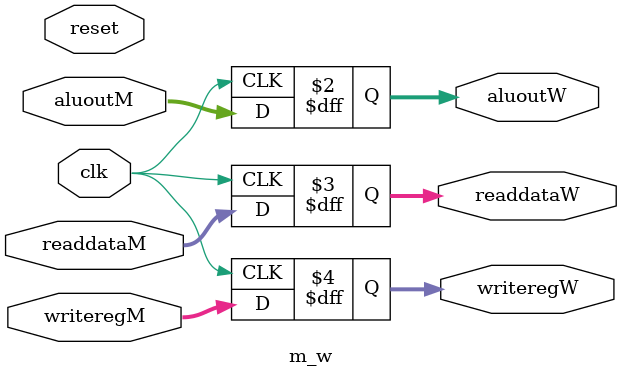
<source format=v>
module m_w(input clk,reset,
	input [31:0] aluoutM,readdataM,
	input  [4:0] writeregM,

	output reg [31:0] aluoutW,readdataW,
	output reg [4:0] writeregW);

always @(posedge clk)
begin
	aluoutW <= aluoutM;
	readdataW <= readdataM;
	writeregW <= writeregM;
end
endmodule

</source>
